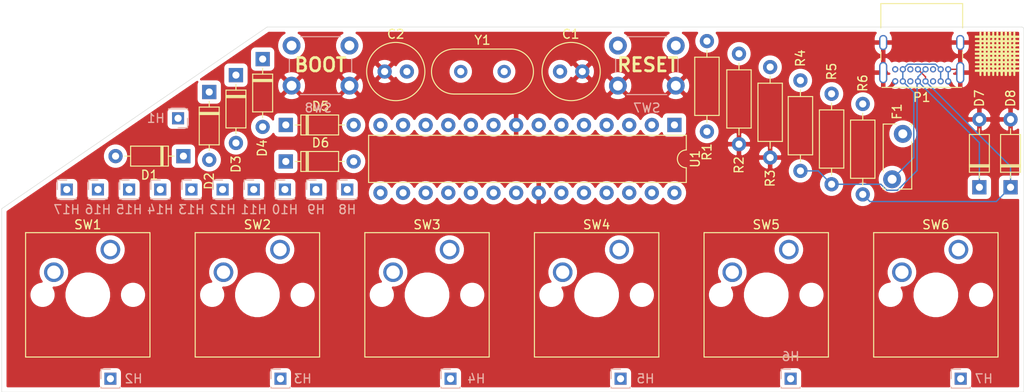
<source format=kicad_pcb>
(kicad_pcb (version 20171130) (host pcbnew "(5.1.6-0-10_14)")
  (layers (0 F.Cu signal) (31 B.Cu signal) (34 B.Paste user) (35 F.Paste user) (36 B.SilkS user) (37 F.SilkS user) (38 B.Mask user) (39 F.Mask user) (44 Edge.Cuts user))
  (net 0 "")
  (net 1 "Net-(C1-Pad2)")
  (net 2 GND)
  (net 3 "Net-(C2-Pad2)")
  (net 4 "Net-(D1-Pad2)")
  (net 5 /Row0)
  (net 6 "Net-(D2-Pad2)")
  (net 7 "Net-(D3-Pad2)")
  (net 8 "Net-(D4-Pad2)")
  (net 9 "Net-(D5-Pad2)")
  (net 10 "Net-(D6-Pad2)")
  (net 11 "Net-(D7-Pad1)")
  (net 12 "Net-(D8-Pad1)")
  (net 13 "Net-(F1-Pad2)")
  (net 14 +5V)
  (net 15 /Col0)
  (net 16 /Col1)
  (net 17 /Col2)
  (net 18 /Col3)
  (net 19 /Col4)
  (net 20 /Col5)
  (net 21 "Net-(P1-PadB5)")
  (net 22 "Net-(P1-PadB8)")
  (net 23 "Net-(P1-PadA8)")
  (net 24 "Net-(P1-PadA5)")
  (net 25 /Reset)
  (net 26 /D-)
  (net 27 /D+)
  (net 28 /Boot)
  (net 29 "Net-(U1-Pad21)")
  (net 30 /B1)
  (net 31 /B2)
  (net 32 /B3)
  (net 33 /B4)
  (net 34 /C5)
  (net 35 /D0)
  (net 36 /D1)
  (net 37 /D4)
  (net 38 /D6)
  (net 39 /D7)
  (module pin-check:pin-check (layer F.Cu) (at 265 70)
    (fp_text reference G*** hide)
    (fp_text value LOGO hide)
  )
  (module Connector_PinSocket_2.00mm:PinSocket_1x01_P2.00mm_Vertical (layer B.Cu) (at 160.5 85.25 180)
    (fp_text reference H17 (at 0 -2.25) (layer B.SilkS) (effects (justify mirror)))
    (fp_text value Pad)
    (pad 1 thru_hole rect (at 0 0 180) (size 1.35 1.35) (drill 0.8) (layers *.Cu *.Mask) (net 39 /D7))
  )
  (module Connector_PinSocket_2.00mm:PinSocket_1x01_P2.00mm_Vertical (layer B.Cu) (at 164 85.25 180)
    (fp_text reference H16 (at 0 -2.25) (layer B.SilkS) (effects (justify mirror)))
    (fp_text value Pad)
    (pad 1 thru_hole rect (at 0 0 180) (size 1.35 1.35) (drill 0.8) (layers *.Cu *.Mask) (net 38 /D6))
  )
  (module Connector_PinSocket_2.00mm:PinSocket_1x01_P2.00mm_Vertical (layer B.Cu) (at 167.5 85.25 180)
    (fp_text reference H15 (at 0 -2.25) (layer B.SilkS) (effects (justify mirror)))
    (fp_text value Pad)
    (pad 1 thru_hole rect (at 0 0 180) (size 1.35 1.35) (drill 0.8) (layers *.Cu *.Mask) (net 37 /D4))
  )
  (module Connector_PinSocket_2.00mm:PinSocket_1x01_P2.00mm_Vertical (layer B.Cu) (at 171 85.25 180)
    (fp_text reference H14 (at 0 -2.25) (layer B.SilkS) (effects (justify mirror)))
    (fp_text value Pad)
    (pad 1 thru_hole rect (at 0 0 180) (size 1.35 1.35) (drill 0.8) (layers *.Cu *.Mask) (net 36 /D1))
  )
  (module Connector_PinSocket_2.00mm:PinSocket_1x01_P2.00mm_Vertical (layer B.Cu) (at 174.5 85.25 180)
    (fp_text reference H13 (at 0 -2.25) (layer B.SilkS) (effects (justify mirror)))
    (fp_text value Pad)
    (pad 1 thru_hole rect (at 0 0 180) (size 1.35 1.35) (drill 0.8) (layers *.Cu *.Mask) (net 35 /D0))
  )
  (module Connector_PinSocket_2.00mm:PinSocket_1x01_P2.00mm_Vertical (layer B.Cu) (at 178 85.25 180)
    (fp_text reference H12 (at 0 -2.25) (layer B.SilkS) (effects (justify mirror)))
    (fp_text value Pad)
    (pad 1 thru_hole rect (at 0 0 180) (size 1.35 1.35) (drill 0.8) (layers *.Cu *.Mask) (net 34 /C5))
  )
  (module Crystal:Crystal_HC49-4H_Vertical (layer F.Cu) (at 204.75 72)
    (fp_text reference Y1 (at 2.44 -3.525) (layer F.SilkS))
    (fp_text value 16MHz)
    (pad 2 thru_hole circle (at 4.88 0) (size 1.5 1.5) (drill 0.8) (layers *.Cu *.Mask) (net 1 "Net-(C1-Pad2)"))
    (pad 1 thru_hole circle (at 0 0) (size 1.5 1.5) (drill 0.8) (layers *.Cu *.Mask) (net 3 "Net-(C2-Pad2)"))
  )
  (module Package_DIP:DIP-28_W7.62mm (layer F.Cu) (at 228.75 78 270)
    (fp_text reference U1 (at 3.81 -2.33 90) (layer F.SilkS))
    (fp_text value ATmega328P-PU)
    (pad 28 thru_hole oval (at 7.62 0 270) (size 1.6 1.6) (drill 0.8) (layers *.Cu *.Mask) (net 34 /C5))
    (pad 14 thru_hole oval (at 0 33.02 270) (size 1.6 1.6) (drill 0.8) (layers *.Cu *.Mask) (net 5 /Row0))
    (pad 27 thru_hole oval (at 7.62 2.54 270) (size 1.6 1.6) (drill 0.8) (layers *.Cu *.Mask) (net 20 /Col5))
    (pad 13 thru_hole oval (at 0 30.48 270) (size 1.6 1.6) (drill 0.8) (layers *.Cu *.Mask) (net 39 /D7))
    (pad 26 thru_hole oval (at 7.62 5.08 270) (size 1.6 1.6) (drill 0.8) (layers *.Cu *.Mask) (net 19 /Col4))
    (pad 12 thru_hole oval (at 0 27.94 270) (size 1.6 1.6) (drill 0.8) (layers *.Cu *.Mask) (net 38 /D6))
    (pad 25 thru_hole oval (at 7.62 7.62 270) (size 1.6 1.6) (drill 0.8) (layers *.Cu *.Mask) (net 18 /Col3))
    (pad 11 thru_hole oval (at 0 25.4 270) (size 1.6 1.6) (drill 0.8) (layers *.Cu *.Mask) (net 28 /Boot))
    (pad 24 thru_hole oval (at 7.62 10.16 270) (size 1.6 1.6) (drill 0.8) (layers *.Cu *.Mask) (net 17 /Col2))
    (pad 10 thru_hole oval (at 0 22.86 270) (size 1.6 1.6) (drill 0.8) (layers *.Cu *.Mask) (net 3 "Net-(C2-Pad2)"))
    (pad 23 thru_hole oval (at 7.62 12.7 270) (size 1.6 1.6) (drill 0.8) (layers *.Cu *.Mask) (net 16 /Col1))
    (pad 9 thru_hole oval (at 0 20.32 270) (size 1.6 1.6) (drill 0.8) (layers *.Cu *.Mask) (net 1 "Net-(C1-Pad2)"))
    (pad 22 thru_hole oval (at 7.62 15.24 270) (size 1.6 1.6) (drill 0.8) (layers *.Cu *.Mask) (net 2 GND))
    (pad 8 thru_hole oval (at 0 17.78 270) (size 1.6 1.6) (drill 0.8) (layers *.Cu *.Mask) (net 2 GND))
    (pad 21 thru_hole oval (at 7.62 17.78 270) (size 1.6 1.6) (drill 0.8) (layers *.Cu *.Mask) (net 29 "Net-(U1-Pad21)"))
    (pad 7 thru_hole oval (at 0 15.24 270) (size 1.6 1.6) (drill 0.8) (layers *.Cu *.Mask) (net 14 +5V))
    (pad 20 thru_hole oval (at 7.62 20.32 270) (size 1.6 1.6) (drill 0.8) (layers *.Cu *.Mask) (net 14 +5V))
    (pad 6 thru_hole oval (at 0 12.7 270) (size 1.6 1.6) (drill 0.8) (layers *.Cu *.Mask) (net 37 /D4))
    (pad 19 thru_hole oval (at 7.62 22.86 270) (size 1.6 1.6) (drill 0.8) (layers *.Cu *.Mask) (net 15 /Col0))
    (pad 5 thru_hole oval (at 0 10.16 270) (size 1.6 1.6) (drill 0.8) (layers *.Cu *.Mask) (net 26 /D-))
    (pad 18 thru_hole oval (at 7.62 25.4 270) (size 1.6 1.6) (drill 0.8) (layers *.Cu *.Mask) (net 33 /B4))
    (pad 4 thru_hole oval (at 0 7.62 270) (size 1.6 1.6) (drill 0.8) (layers *.Cu *.Mask) (net 27 /D+))
    (pad 17 thru_hole oval (at 7.62 27.94 270) (size 1.6 1.6) (drill 0.8) (layers *.Cu *.Mask) (net 32 /B3))
    (pad 3 thru_hole oval (at 0 5.08 270) (size 1.6 1.6) (drill 0.8) (layers *.Cu *.Mask) (net 36 /D1))
    (pad 16 thru_hole oval (at 7.62 30.48 270) (size 1.6 1.6) (drill 0.8) (layers *.Cu *.Mask) (net 31 /B2))
    (pad 2 thru_hole oval (at 0 2.54 270) (size 1.6 1.6) (drill 0.8) (layers *.Cu *.Mask) (net 35 /D0))
    (pad 15 thru_hole oval (at 7.62 33.02 270) (size 1.6 1.6) (drill 0.8) (layers *.Cu *.Mask) (net 30 /B1))
    (pad 1 thru_hole rect (at 0 0 270) (size 1.6 1.6) (drill 0.8) (layers *.Cu *.Mask) (net 25 /Reset))
  )
  (module Button_Switch_THT:SW_PUSH_6mm_H4.3mm (layer B.Cu) (at 192.25 69.088 180)
    (fp_text reference SW8 (at 3.5 -7) (layer B.SilkS) (effects (justify mirror)))
    (fp_text value Boot)
    (pad 1 thru_hole circle (at 6.5 0 90) (size 2 2) (drill 1.1) (layers *.Cu *.Mask) (net 28 /Boot))
    (pad 2 thru_hole circle (at 6.5 -4.5 90) (size 2 2) (drill 1.1) (layers *.Cu *.Mask) (net 2 GND))
    (pad 1 thru_hole circle (at 0 0 90) (size 2 2) (drill 1.1) (layers *.Cu *.Mask) (net 28 /Boot))
    (pad 2 thru_hole circle (at 0 -4.5 90) (size 2 2) (drill 1.1) (layers *.Cu *.Mask) (net 2 GND))
  )
  (module Button_Switch_THT:SW_PUSH_6mm_H4.3mm (layer B.Cu) (at 228.9 69.088 180)
    (fp_text reference SW7 (at 3.25 -7) (layer B.SilkS) (effects (justify mirror)))
    (fp_text value Reset)
    (pad 1 thru_hole circle (at 6.5 0 90) (size 2 2) (drill 1.1) (layers *.Cu *.Mask) (net 25 /Reset))
    (pad 2 thru_hole circle (at 6.5 -4.5 90) (size 2 2) (drill 1.1) (layers *.Cu *.Mask) (net 2 GND))
    (pad 1 thru_hole circle (at 0 0 90) (size 2 2) (drill 1.1) (layers *.Cu *.Mask) (net 25 /Reset))
    (pad 2 thru_hole circle (at 0 -4.5 90) (size 2 2) (drill 1.1) (layers *.Cu *.Mask) (net 2 GND))
  )
  (module Button_Switch_Keyboard:SW_Cherry_MX_1.00u_PCB (layer F.Cu) (at 260.65 92)
    (fp_text reference SW6 (at -2.54 -2.794) (layer F.SilkS))
    (fp_text value SW_Push)
    (pad "" np_thru_hole circle (at 2.54 5.08) (size 1.7 1.7) (drill 1.7) (layers *.Cu *.Mask))
    (pad "" np_thru_hole circle (at -7.62 5.08) (size 1.7 1.7) (drill 1.7) (layers *.Cu *.Mask))
    (pad "" np_thru_hole circle (at -2.54 5.08) (size 4 4) (drill 4) (layers *.Cu *.Mask))
    (pad 2 thru_hole circle (at -6.35 2.54) (size 2.2 2.2) (drill 1.5) (layers *.Cu *.Mask) (net 10 "Net-(D6-Pad2)"))
    (pad 1 thru_hole circle (at 0 0) (size 2.2 2.2) (drill 1.5) (layers *.Cu *.Mask) (net 20 /Col5))
  )
  (module Button_Switch_Keyboard:SW_Cherry_MX_1.00u_PCB (layer F.Cu) (at 241.6 92)
    (fp_text reference SW5 (at -2.54 -2.794) (layer F.SilkS))
    (fp_text value SW_Push)
    (pad "" np_thru_hole circle (at 2.54 5.08) (size 1.7 1.7) (drill 1.7) (layers *.Cu *.Mask))
    (pad "" np_thru_hole circle (at -7.62 5.08) (size 1.7 1.7) (drill 1.7) (layers *.Cu *.Mask))
    (pad "" np_thru_hole circle (at -2.54 5.08) (size 4 4) (drill 4) (layers *.Cu *.Mask))
    (pad 2 thru_hole circle (at -6.35 2.54) (size 2.2 2.2) (drill 1.5) (layers *.Cu *.Mask) (net 9 "Net-(D5-Pad2)"))
    (pad 1 thru_hole circle (at 0 0) (size 2.2 2.2) (drill 1.5) (layers *.Cu *.Mask) (net 19 /Col4))
  )
  (module Button_Switch_Keyboard:SW_Cherry_MX_1.00u_PCB (layer F.Cu) (at 222.55 92)
    (fp_text reference SW4 (at -2.54 -2.794) (layer F.SilkS))
    (fp_text value SW_Push)
    (pad "" np_thru_hole circle (at 2.54 5.08) (size 1.7 1.7) (drill 1.7) (layers *.Cu *.Mask))
    (pad "" np_thru_hole circle (at -7.62 5.08) (size 1.7 1.7) (drill 1.7) (layers *.Cu *.Mask))
    (pad "" np_thru_hole circle (at -2.54 5.08) (size 4 4) (drill 4) (layers *.Cu *.Mask))
    (pad 2 thru_hole circle (at -6.35 2.54) (size 2.2 2.2) (drill 1.5) (layers *.Cu *.Mask) (net 8 "Net-(D4-Pad2)"))
    (pad 1 thru_hole circle (at 0 0) (size 2.2 2.2) (drill 1.5) (layers *.Cu *.Mask) (net 18 /Col3))
  )
  (module Button_Switch_Keyboard:SW_Cherry_MX_1.00u_PCB (layer F.Cu) (at 203.5 92)
    (fp_text reference SW3 (at -2.54 -2.794) (layer F.SilkS))
    (fp_text value SW_Push)
    (pad "" np_thru_hole circle (at 2.54 5.08) (size 1.7 1.7) (drill 1.7) (layers *.Cu *.Mask))
    (pad "" np_thru_hole circle (at -7.62 5.08) (size 1.7 1.7) (drill 1.7) (layers *.Cu *.Mask))
    (pad "" np_thru_hole circle (at -2.54 5.08) (size 4 4) (drill 4) (layers *.Cu *.Mask))
    (pad 2 thru_hole circle (at -6.35 2.54) (size 2.2 2.2) (drill 1.5) (layers *.Cu *.Mask) (net 7 "Net-(D3-Pad2)"))
    (pad 1 thru_hole circle (at 0 0) (size 2.2 2.2) (drill 1.5) (layers *.Cu *.Mask) (net 17 /Col2))
  )
  (module Button_Switch_Keyboard:SW_Cherry_MX_1.00u_PCB (layer F.Cu) (at 184.45 92)
    (fp_text reference SW2 (at -2.54 -2.794) (layer F.SilkS))
    (fp_text value SW_Push)
    (pad "" np_thru_hole circle (at 2.54 5.08) (size 1.7 1.7) (drill 1.7) (layers *.Cu *.Mask))
    (pad "" np_thru_hole circle (at -7.62 5.08) (size 1.7 1.7) (drill 1.7) (layers *.Cu *.Mask))
    (pad "" np_thru_hole circle (at -2.54 5.08) (size 4 4) (drill 4) (layers *.Cu *.Mask))
    (pad 2 thru_hole circle (at -6.35 2.54) (size 2.2 2.2) (drill 1.5) (layers *.Cu *.Mask) (net 6 "Net-(D2-Pad2)"))
    (pad 1 thru_hole circle (at 0 0) (size 2.2 2.2) (drill 1.5) (layers *.Cu *.Mask) (net 16 /Col1))
  )
  (module Button_Switch_Keyboard:SW_Cherry_MX_1.00u_PCB (layer F.Cu) (at 165.4 92)
    (fp_text reference SW1 (at -2.54 -2.794) (layer F.SilkS))
    (fp_text value SW_Push)
    (pad "" np_thru_hole circle (at 2.54 5.08) (size 1.7 1.7) (drill 1.7) (layers *.Cu *.Mask))
    (pad "" np_thru_hole circle (at -7.62 5.08) (size 1.7 1.7) (drill 1.7) (layers *.Cu *.Mask))
    (pad "" np_thru_hole circle (at -2.54 5.08) (size 4 4) (drill 4) (layers *.Cu *.Mask))
    (pad 2 thru_hole circle (at -6.35 2.54) (size 2.2 2.2) (drill 1.5) (layers *.Cu *.Mask) (net 4 "Net-(D1-Pad2)"))
    (pad 1 thru_hole circle (at 0 0) (size 2.2 2.2) (drill 1.5) (layers *.Cu *.Mask) (net 15 /Col0))
  )
  (module Resistor_THT:R_Axial_DIN0207_L6.3mm_D2.5mm_P10.16mm_Horizontal (layer F.Cu) (at 249.9 85.8 90)
    (fp_text reference R6 (at 12.5 0 90) (layer F.SilkS))
    (fp_text value 75R)
    (pad 2 thru_hole oval (at 10.16 0 90) (size 1.6 1.6) (drill 0.8) (layers *.Cu *.Mask) (net 27 /D+))
    (pad 1 thru_hole circle (at 0 0 90) (size 1.6 1.6) (drill 0.8) (layers *.Cu *.Mask) (net 12 "Net-(D8-Pad1)"))
  )
  (module Resistor_THT:R_Axial_DIN0207_L6.3mm_D2.5mm_P10.16mm_Horizontal (layer F.Cu) (at 246.4 74.5 270)
    (fp_text reference R5 (at -2.5 0 90) (layer F.SilkS))
    (fp_text value 75R)
    (pad 2 thru_hole oval (at 10.16 0 270) (size 1.6 1.6) (drill 0.8) (layers *.Cu *.Mask) (net 11 "Net-(D7-Pad1)"))
    (pad 1 thru_hole circle (at 0 0 270) (size 1.6 1.6) (drill 0.8) (layers *.Cu *.Mask) (net 26 /D-))
  )
  (module Resistor_THT:R_Axial_DIN0207_L6.3mm_D2.5mm_P10.16mm_Horizontal (layer F.Cu) (at 242.9 73 270)
    (fp_text reference R4 (at -2.5 0 90) (layer F.SilkS))
    (fp_text value 1.5k)
    (pad 2 thru_hole oval (at 10.16 0 270) (size 1.6 1.6) (drill 0.8) (layers *.Cu *.Mask) (net 11 "Net-(D7-Pad1)"))
    (pad 1 thru_hole circle (at 0 0 270) (size 1.6 1.6) (drill 0.8) (layers *.Cu *.Mask) (net 14 +5V))
  )
  (module Resistor_THT:R_Axial_DIN0207_L6.3mm_D2.5mm_P10.16mm_Horizontal (layer F.Cu) (at 239.5 71.5 270)
    (fp_text reference R3 (at 12.5 0 90) (layer F.SilkS))
    (fp_text value 5.1k)
    (pad 2 thru_hole oval (at 10.16 0 270) (size 1.6 1.6) (drill 0.8) (layers *.Cu *.Mask) (net 2 GND))
    (pad 1 thru_hole circle (at 0 0 270) (size 1.6 1.6) (drill 0.8) (layers *.Cu *.Mask) (net 24 "Net-(P1-PadA5)"))
  )
  (module Resistor_THT:R_Axial_DIN0207_L6.3mm_D2.5mm_P10.16mm_Horizontal (layer F.Cu) (at 236 70 270)
    (fp_text reference R2 (at 12.5 0 90) (layer F.SilkS))
    (fp_text value 5.1k)
    (pad 2 thru_hole oval (at 10.16 0 270) (size 1.6 1.6) (drill 0.8) (layers *.Cu *.Mask) (net 2 GND))
    (pad 1 thru_hole circle (at 0 0 270) (size 1.6 1.6) (drill 0.8) (layers *.Cu *.Mask) (net 21 "Net-(P1-PadB5)"))
  )
  (module Resistor_THT:R_Axial_DIN0207_L6.3mm_D2.5mm_P10.16mm_Horizontal (layer F.Cu) (at 232.4 78.74 90)
    (fp_text reference R1 (at -2.3 0 90) (layer F.SilkS))
    (fp_text value 10k)
    (pad 2 thru_hole oval (at 10.16 0 90) (size 1.6 1.6) (drill 0.8) (layers *.Cu *.Mask) (net 25 /Reset))
    (pad 1 thru_hole circle (at 0 0 90) (size 1.6 1.6) (drill 0.8) (layers *.Cu *.Mask) (net 14 +5V))
  )
  (module Connector_USB:USB_C_Receptacle_GCT_USB4085 (layer F.Cu) (at 259.5 73.1 180)
    (fp_text reference P1 (at 2.975 -1.8) (layer F.SilkS))
    (fp_text value USB_C_Receptacle_USB2.0)
    (pad S1 thru_hole oval (at 7.3 4.36 180) (size 0.9 1.7) (drill oval 0.6 1.4) (layers *.Cu *.Mask) (net 2 GND))
    (pad S1 thru_hole oval (at -1.35 4.36 180) (size 0.9 1.7) (drill oval 0.6 1.4) (layers *.Cu *.Mask) (net 2 GND))
    (pad S1 thru_hole oval (at 7.3 0.98 180) (size 0.9 2.4) (drill oval 0.6 2.1) (layers *.Cu *.Mask) (net 2 GND))
    (pad S1 thru_hole oval (at -1.35 0.98 180) (size 0.9 2.4) (drill oval 0.6 2.1) (layers *.Cu *.Mask) (net 2 GND))
    (pad B6 thru_hole circle (at 3.4 1.35 180) (size 0.7 0.7) (drill 0.4) (layers *.Cu *.Mask) (net 12 "Net-(D8-Pad1)"))
    (pad B1 thru_hole circle (at 5.95 1.35 180) (size 0.7 0.7) (drill 0.4) (layers *.Cu *.Mask) (net 2 GND))
    (pad B4 thru_hole circle (at 5.1 1.35 180) (size 0.7 0.7) (drill 0.4) (layers *.Cu *.Mask) (net 13 "Net-(F1-Pad2)"))
    (pad B5 thru_hole circle (at 4.25 1.35 180) (size 0.7 0.7) (drill 0.4) (layers *.Cu *.Mask) (net 21 "Net-(P1-PadB5)"))
    (pad B12 thru_hole circle (at 0 1.35 180) (size 0.7 0.7) (drill 0.4) (layers *.Cu *.Mask) (net 2 GND))
    (pad B8 thru_hole circle (at 1.7 1.35 180) (size 0.7 0.7) (drill 0.4) (layers *.Cu *.Mask) (net 22 "Net-(P1-PadB8)"))
    (pad B7 thru_hole circle (at 2.55 1.35 180) (size 0.7 0.7) (drill 0.4) (layers *.Cu *.Mask) (net 11 "Net-(D7-Pad1)"))
    (pad B9 thru_hole circle (at 0.85 1.35 180) (size 0.7 0.7) (drill 0.4) (layers *.Cu *.Mask) (net 13 "Net-(F1-Pad2)"))
    (pad A12 thru_hole circle (at 5.95 0 180) (size 0.7 0.7) (drill 0.4) (layers *.Cu *.Mask) (net 2 GND))
    (pad A9 thru_hole circle (at 5.1 0 180) (size 0.7 0.7) (drill 0.4) (layers *.Cu *.Mask) (net 13 "Net-(F1-Pad2)"))
    (pad A8 thru_hole circle (at 4.25 0 180) (size 0.7 0.7) (drill 0.4) (layers *.Cu *.Mask) (net 23 "Net-(P1-PadA8)"))
    (pad A7 thru_hole circle (at 3.4 0 180) (size 0.7 0.7) (drill 0.4) (layers *.Cu *.Mask) (net 11 "Net-(D7-Pad1)"))
    (pad A6 thru_hole circle (at 2.55 0 180) (size 0.7 0.7) (drill 0.4) (layers *.Cu *.Mask) (net 12 "Net-(D8-Pad1)"))
    (pad A5 thru_hole circle (at 1.7 0 180) (size 0.7 0.7) (drill 0.4) (layers *.Cu *.Mask) (net 24 "Net-(P1-PadA5)"))
    (pad A4 thru_hole circle (at 0.85 0 180) (size 0.7 0.7) (drill 0.4) (layers *.Cu *.Mask) (net 13 "Net-(F1-Pad2)"))
    (pad A1 thru_hole circle (at 0 0 180) (size 0.7 0.7) (drill 0.4) (layers *.Cu *.Mask) (net 2 GND))
  )
  (module Connector_PinSocket_2.00mm:PinSocket_1x01_P2.00mm_Vertical (layer B.Cu) (at 260.9 106.5 180)
    (fp_text reference H7 (at -2.6 0) (layer B.SilkS) (effects (justify mirror)))
    (fp_text value Pad)
    (pad 1 thru_hole rect (at 0 0 180) (size 1.35 1.35) (drill 0.8) (layers *.Cu *.Mask) (net 20 /Col5))
  )
  (module Connector_PinSocket_2.00mm:PinSocket_1x01_P2.00mm_Vertical (layer B.Cu) (at 241.8 106.5 180)
    (fp_text reference H6 (at 0 2.5) (layer B.SilkS) (effects (justify mirror)))
    (fp_text value Pad)
    (pad 1 thru_hole rect (at 0 0 180) (size 1.35 1.35) (drill 0.8) (layers *.Cu *.Mask) (net 19 /Col4))
  )
  (module Connector_PinSocket_2.00mm:PinSocket_1x01_P2.00mm_Vertical (layer B.Cu) (at 222.7 106.5 180)
    (fp_text reference H5 (at -2.8 0) (layer B.SilkS) (effects (justify mirror)))
    (fp_text value Pad)
    (pad 1 thru_hole rect (at 0 0 180) (size 1.35 1.35) (drill 0.8) (layers *.Cu *.Mask) (net 18 /Col3))
  )
  (module Connector_PinSocket_2.00mm:PinSocket_1x01_P2.00mm_Vertical (layer B.Cu) (at 203.6 106.5 180)
    (fp_text reference H4 (at -2.9 0) (layer B.SilkS) (effects (justify mirror)))
    (fp_text value Pad)
    (pad 1 thru_hole rect (at 0 0 180) (size 1.35 1.35) (drill 0.8) (layers *.Cu *.Mask) (net 17 /Col2))
  )
  (module Connector_PinSocket_2.00mm:PinSocket_1x01_P2.00mm_Vertical (layer B.Cu) (at 184.5 106.5 180)
    (fp_text reference H3 (at -2.5 0) (layer B.SilkS) (effects (justify mirror)))
    (fp_text value Pad)
    (pad 1 thru_hole rect (at 0 0 180) (size 1.35 1.35) (drill 0.8) (layers *.Cu *.Mask) (net 16 /Col1))
  )
  (module Connector_PinSocket_2.00mm:PinSocket_1x01_P2.00mm_Vertical (layer B.Cu) (at 165.4 106.5 180)
    (fp_text reference H2 (at -2.6 0) (layer B.SilkS) (effects (justify mirror)))
    (fp_text value Pad)
    (pad 1 thru_hole rect (at 0 0 180) (size 1.35 1.35) (drill 0.8) (layers *.Cu *.Mask) (net 15 /Col0))
  )
  (module Connector_PinSocket_2.00mm:PinSocket_1x01_P2.00mm_Vertical (layer B.Cu) (at 181.5 85.25 180)
    (fp_text reference H11 (at 0 -2.25) (layer B.SilkS) (effects (justify mirror)))
    (fp_text value Pad)
    (pad 1 thru_hole rect (at 0 0 180) (size 1.35 1.35) (drill 0.8) (layers *.Cu *.Mask) (net 33 /B4))
  )
  (module Connector_PinSocket_2.00mm:PinSocket_1x01_P2.00mm_Vertical (layer B.Cu) (at 185 85.25 180)
    (fp_text reference H10 (at 0 -2.25) (layer B.SilkS) (effects (justify mirror)))
    (fp_text value Pad)
    (pad 1 thru_hole rect (at 0 0 180) (size 1.35 1.35) (drill 0.8) (layers *.Cu *.Mask) (net 32 /B3))
  )
  (module Connector_PinSocket_2.00mm:PinSocket_1x01_P2.00mm_Vertical (layer B.Cu) (at 188.5 85.25 180)
    (fp_text reference H9 (at 0 -2.25) (layer B.SilkS) (effects (justify mirror)))
    (fp_text value Pad)
    (pad 1 thru_hole rect (at 0 0 180) (size 1.35 1.35) (drill 0.8) (layers *.Cu *.Mask) (net 31 /B2))
  )
  (module Connector_PinSocket_2.00mm:PinSocket_1x01_P2.00mm_Vertical (layer B.Cu) (at 192 85.25 180)
    (fp_text reference H8 (at 0 -2.25) (layer B.SilkS) (effects (justify mirror)))
    (fp_text value Pad)
    (pad 1 thru_hole rect (at 0 0 180) (size 1.35 1.35) (drill 0.8) (layers *.Cu *.Mask) (net 30 /B1))
  )
  (module Connector_PinSocket_2.00mm:PinSocket_1x01_P2.00mm_Vertical (layer B.Cu) (at 173 77.25)
    (fp_text reference H1 (at -2.5 0) (layer B.SilkS) (effects (justify mirror)))
    (fp_text value Pad)
    (pad 1 thru_hole rect (at 0 0) (size 1.35 1.35) (drill 0.8) (layers *.Cu *.Mask) (net 5 /Row0))
  )
  (module Fuse:Fuse_Bourns_MF-RG300 (layer F.Cu) (at 254.4 79 270)
    (fp_text reference F1 (at -2.5 0.65 90) (layer F.SilkS))
    (fp_text value 100mA)
    (pad 2 thru_hole circle (at 5.1 1.2 270) (size 2.01 2.01) (drill 1.01) (layers *.Cu *.Mask) (net 13 "Net-(F1-Pad2)"))
    (pad 1 thru_hole circle (at 0 0 270) (size 2.01 2.01) (drill 1.01) (layers *.Cu *.Mask) (net 14 +5V))
  )
  (module Diode_THT:D_DO-35_SOD27_P7.62mm_Horizontal (layer F.Cu) (at 266.5 85 90)
    (fp_text reference D8 (at 10 0 90) (layer F.SilkS))
    (fp_text value 3.6V)
    (pad 2 thru_hole oval (at 7.62 0 90) (size 1.6 1.6) (drill 0.8) (layers *.Cu *.Mask) (net 2 GND))
    (pad 1 thru_hole rect (at 0 0 90) (size 1.6 1.6) (drill 0.8) (layers *.Cu *.Mask) (net 12 "Net-(D8-Pad1)"))
  )
  (module Diode_THT:D_DO-35_SOD27_P7.62mm_Horizontal (layer F.Cu) (at 263 85 90)
    (fp_text reference D7 (at 10 0 90) (layer F.SilkS))
    (fp_text value 3.6V)
    (pad 2 thru_hole oval (at 7.62 0 90) (size 1.6 1.6) (drill 0.8) (layers *.Cu *.Mask) (net 2 GND))
    (pad 1 thru_hole rect (at 0 0 90) (size 1.6 1.6) (drill 0.8) (layers *.Cu *.Mask) (net 11 "Net-(D7-Pad1)"))
  )
  (module Diode_THT:D_DO-35_SOD27_P7.62mm_Horizontal (layer F.Cu) (at 185.1 82.1)
    (fp_text reference D6 (at 3.9 -2.1) (layer F.SilkS))
    (fp_text value 1N4148)
    (pad 1 thru_hole rect (at 0 0) (size 1.6 1.6) (drill 0.8) (layers *.Cu *.Mask) (net 5 /Row0))
    (pad 2 thru_hole oval (at 7.62 0) (size 1.6 1.6) (drill 0.8) (layers *.Cu *.Mask) (net 10 "Net-(D6-Pad2)"))
  )
  (module Diode_THT:D_DO-35_SOD27_P7.62mm_Horizontal (layer F.Cu) (at 185.1 78)
    (fp_text reference D5 (at 3.9 -2.1) (layer F.SilkS))
    (fp_text value 1N4148)
    (pad 1 thru_hole rect (at 0 0) (size 1.6 1.6) (drill 0.8) (layers *.Cu *.Mask) (net 5 /Row0))
    (pad 2 thru_hole oval (at 7.62 0) (size 1.6 1.6) (drill 0.8) (layers *.Cu *.Mask) (net 9 "Net-(D5-Pad2)"))
  )
  (module Diode_THT:D_DO-35_SOD27_P7.62mm_Horizontal (layer F.Cu) (at 182.5 70.6 270)
    (fp_text reference D4 (at 10 0.05 90) (layer F.SilkS))
    (fp_text value 1N4148)
    (pad 1 thru_hole rect (at 0 0 270) (size 1.6 1.6) (drill 0.8) (layers *.Cu *.Mask) (net 5 /Row0))
    (pad 2 thru_hole oval (at 7.62 0 270) (size 1.6 1.6) (drill 0.8) (layers *.Cu *.Mask) (net 8 "Net-(D4-Pad2)"))
  )
  (module Diode_THT:D_DO-35_SOD27_P7.62mm_Horizontal (layer F.Cu) (at 179.5 72.4 270)
    (fp_text reference D3 (at 10 0 90) (layer F.SilkS))
    (fp_text value 1N4148)
    (pad 1 thru_hole rect (at 0 0 270) (size 1.6 1.6) (drill 0.8) (layers *.Cu *.Mask) (net 5 /Row0))
    (pad 2 thru_hole oval (at 7.62 0 270) (size 1.6 1.6) (drill 0.8) (layers *.Cu *.Mask) (net 7 "Net-(D3-Pad2)"))
  )
  (module Diode_THT:D_DO-35_SOD27_P7.62mm_Horizontal (layer F.Cu) (at 176.5 74.3 270)
    (fp_text reference D2 (at 10 0 90) (layer F.SilkS))
    (fp_text value 1N4148)
    (pad 1 thru_hole rect (at 0 0 270) (size 1.6 1.6) (drill 0.8) (layers *.Cu *.Mask) (net 5 /Row0))
    (pad 2 thru_hole oval (at 7.62 0 270) (size 1.6 1.6) (drill 0.8) (layers *.Cu *.Mask) (net 6 "Net-(D2-Pad2)"))
  )
  (module Diode_THT:D_DO-35_SOD27_P7.62mm_Horizontal (layer F.Cu) (at 173.6 81.5 180)
    (fp_text reference D1 (at 3.81 -2.12) (layer F.SilkS))
    (fp_text value 1N4148)
    (pad 2 thru_hole oval (at 7.62 0 180) (size 1.6 1.6) (drill 0.8) (layers *.Cu *.Mask) (net 4 "Net-(D1-Pad2)"))
    (pad 1 thru_hole rect (at 0 0 180) (size 1.6 1.6) (drill 0.8) (layers *.Cu *.Mask) (net 5 /Row0))
  )
  (module Capacitor_THT:C_Radial_D6.3mm_H5.0mm_P2.50mm (layer F.Cu) (at 196.2 72)
    (fp_text reference C2 (at 1.25 -4.2) (layer F.SilkS))
    (fp_text value 22pF)
    (pad 2 thru_hole circle (at 2.5 0) (size 1.6 1.6) (drill 0.8) (layers *.Cu *.Mask) (net 3 "Net-(C2-Pad2)"))
    (pad 1 thru_hole circle (at 0 0) (size 1.6 1.6) (drill 0.8) (layers *.Cu *.Mask) (net 2 GND))
  )
  (module Capacitor_THT:C_Radial_D6.3mm_H5.0mm_P2.50mm (layer F.Cu) (at 218.4 72 180)
    (fp_text reference C1 (at 1.3 4.2) (layer F.SilkS))
    (fp_text value 22pF)
    (pad 2 thru_hole circle (at 2.5 0 180) (size 1.6 1.6) (drill 0.8) (layers *.Cu *.Mask) (net 1 "Net-(C1-Pad2)"))
    (pad 1 thru_hole circle (at 0 0 180) (size 1.6 1.6) (drill 0.8) (layers *.Cu *.Mask) (net 2 GND))
  )
  (gr_line (start 268 108) (end 163.9 108) (layer Edge.Cuts) (width 0.05))
  (gr_line (start 153.2 87.4) (end 183 67) (layer Edge.Cuts) (width 0.05))
  (gr_line (start 153.2 108) (end 153.2 87.4) (layer Edge.Cuts) (width 0.05))
  (gr_line (start 163.9 108) (end 153.2 108) (layer Edge.Cuts) (width 0.05))
  (gr_line (start 267.75 67) (end 183 67) (layer Edge.Cuts) (width 0.05))
  (gr_line (start 268 67.25) (end 268 108) (layer Edge.Cuts) (width 0.05))
  (gr_arc (start 267.75 67.25) (end 268 67.25) (angle -90) (layer Edge.Cuts) (width 0.05))
  (gr_text RESET (at 225.75 71.25) (layer F.SilkS) (effects (font (size 1.5 1.5) (thickness 0.3))))
  (gr_text BOOT (at 189 71.25) (layer F.SilkS) (effects (font (size 1.5 1.5) (thickness 0.3))))
  (segment (start 259.5 73.1) (end 259.5 71.75) (width 0.1524) (layer B.Cu) (net 2))
  (segment (start 260.48 71.75) (end 260.85 72.12) (width 0.1524) (layer F.Cu) (net 2))
  (segment (start 259.5 71.75) (end 260.48 71.75) (width 0.1524) (layer F.Cu) (net 2))
  (segment (start 263 80) (end 256.1 73.1) (width 0.1524) (layer B.Cu) (net 11))
  (segment (start 263 85) (end 263 80) (width 0.1524) (layer B.Cu) (net 11))
  (segment (start 253.792129 85.333601) (end 256 83.12573) (width 0.1524) (layer B.Cu) (net 11))
  (segment (start 252.607871 85.333601) (end 253.792129 85.333601) (width 0.1524) (layer B.Cu) (net 11))
  (segment (start 251.93427 84.66) (end 252.607871 85.333601) (width 0.1524) (layer B.Cu) (net 11))
  (segment (start 246.4 84.66) (end 251.93427 84.66) (width 0.1524) (layer B.Cu) (net 11))
  (segment (start 256 73.2) (end 256.1 73.1) (width 0.1524) (layer B.Cu) (net 11))
  (segment (start 256 83.12573) (end 256 73.2) (width 0.1524) (layer B.Cu) (net 11))
  (segment (start 244.9 83.16) (end 246.4 84.66) (width 0.1524) (layer B.Cu) (net 11))
  (segment (start 242.9 83.16) (end 244.9 83.16) (width 0.1524) (layer B.Cu) (net 11))
  (segment (start 256.1 72.6) (end 256.95 71.75) (width 0.1524) (layer B.Cu) (net 11))
  (segment (start 256.1 73.1) (end 256.1 72.6) (width 0.1524) (layer B.Cu) (net 11))
  (segment (start 266.5 82.65) (end 256.95 73.1) (width 0.1524) (layer B.Cu) (net 12))
  (segment (start 266.5 85) (end 266.5 82.65) (width 0.1524) (layer B.Cu) (net 12))
  (segment (start 250.699999 86.599999) (end 264.900001 86.599999) (width 0.1524) (layer B.Cu) (net 12))
  (segment (start 264.900001 86.599999) (end 266.5 85) (width 0.1524) (layer B.Cu) (net 12))
  (segment (start 249.9 85.8) (end 250.699999 86.599999) (width 0.1524) (layer B.Cu) (net 12))
  (segment (start 256.95 72.6) (end 256.1 71.75) (width 0.1524) (layer F.Cu) (net 12))
  (segment (start 256.95 73.1) (end 256.95 72.6) (width 0.1524) (layer F.Cu) (net 12))
  (segment (start 255.633601 74.333601) (end 254.4 73.1) (width 0.1524) (layer B.Cu) (net 13))
  (segment (start 255.633601 81.666399) (end 255.633601 74.333601) (width 0.1524) (layer B.Cu) (net 13))
  (segment (start 253.2 84.1) (end 255.633601 81.666399) (width 0.1524) (layer B.Cu) (net 13))
  (segment (start 254.4 73.1) (end 254.4 71.75) (width 0.1524) (layer B.Cu) (net 13))
  (segment (start 258.65 73.1) (end 258.65 71.75) (width 0.1524) (layer B.Cu) (net 13))
  (segment (start 258.071399 71.171399) (end 258.65 71.75) (width 0.1524) (layer B.Cu) (net 13))
  (segment (start 254.978601 71.171399) (end 258.071399 71.171399) (width 0.1524) (layer B.Cu) (net 13))
  (segment (start 254.4 71.75) (end 254.978601 71.171399) (width 0.1524) (layer B.Cu) (net 13))
  (zone (net 2) (net_name GND) (layer F.Cu) (connect_pads (clearance 0.508)) (min_thickness 0.254) (fill yes (arc_segments 32) (thermal_gap 0.508) (thermal_bridge_width 0.508))
    (polygon (pts (xy 268 108) (xy 153 108) (xy 153 87.5) (xy 183 67) (xy 268 67)))
  )
)
</source>
